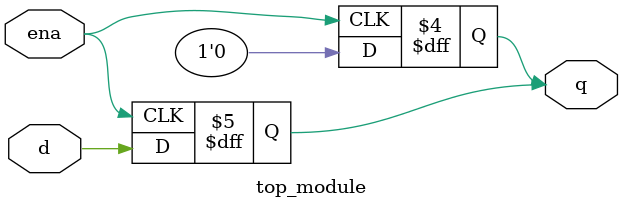
<source format=sv>
module top_module (
    input wire d,
    input wire ena,
    output reg q
);

    always @(posedge ena) begin
        if (ena) begin
            q <= d;
        end
    end
    
    always @(negedge ena) begin
        if (!ena) begin
            q <= 1'b0;
        end
    end
    
endmodule

</source>
